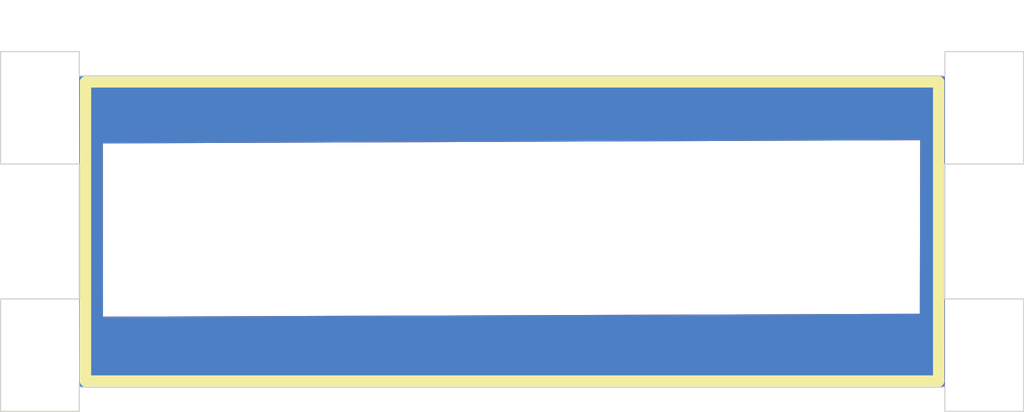
<source format=kicad_pcb>
(kicad_pcb (version 20221018) (generator pcbnew)
  (layers (0 "F.Cu" signal) (31 "B.Cu" signal) (34 "B.Paste" user) (35 "F.Paste" user) (36 "B.SilkS" user "B.Silkscreen") (37 "F.SilkS" user "F.Silkscreen") (38 "B.Mask" user) (39 "F.Mask" user) (44 "Edge.Cuts" user))
  (net 0 "")
  (footprint "TopStaff:Top" (layer "F.Cu") (at 150.79 92.21)
    (fp_text reference "Ref**" hide)
    (fp_text value "Val**" hide)
    (fp_line (start -37.94 -13.3) (end -37.94 13.3) (stroke (width 1)) (layer "F.SilkS"))
    (fp_line (start -37.94 13.3) (end 37.94 13.3) (stroke (width 1)) (layer "F.SilkS"))
    (fp_line (start 37.94 -13.3) (end -37.94 -13.3) (stroke (width 1)) (layer "F.SilkS"))
    (fp_line (start 37.94 13.3) (end 37.94 -13.3) (stroke (width 1)) (layer "F.SilkS"))
    (fp_line (start -45.5 -16) (end -45.5 -6) (stroke (width 0.1)) (layer "Edge.Cuts"))
    (fp_line (start -45.5 -6) (end -38.5 -6) (stroke (width 0.1)) (layer "Edge.Cuts"))
    (fp_line (start -45.5 6) (end -45.5 16) (stroke (width 0.1)) (layer "Edge.Cuts"))
    (fp_line (start -45.5 16) (end -38.5 16) (stroke (width 0.1)) (layer "Edge.Cuts"))
    (fp_line (start -38.500004 -16) (end -45.5 -16) (stroke (width 0.1)) (layer "Edge.Cuts"))
    (fp_line (start -38.5 -13.847379) (end -38.5 -16) (stroke (width 0.1)) (layer "Edge.Cuts"))
    (fp_line (start -38.5 -13.847379) (end 38.5 -13.847379) (stroke (width 0.1)) (layer "Edge.Cuts"))
    (fp_line (start -38.5 -6) (end -38.5 6) (stroke (width 0.1)) (layer "Edge.Cuts"))
    (fp_line (start -38.5 6) (end -45.5 6) (stroke (width 0.1)) (layer "Edge.Cuts"))
    (fp_line (start -38.5 13.847379) (end -38.5 16) (stroke (width 0.1)) (layer "Edge.Cuts"))
    (fp_line (start 38.5 -16) (end 38.5 -13.847379) (stroke (width 0.1)) (layer "Edge.Cuts"))
    (fp_line (start 38.5 -6) (end 45.5 -6) (stroke (width 0.1)) (layer "Edge.Cuts"))
    (fp_line (start 38.5 6) (end 38.5 -6) (stroke (width 0.1)) (layer "Edge.Cuts"))
    (fp_line (start 38.5 13.847379) (end -38.5 13.847379) (stroke (width 0.1)) (layer "Edge.Cuts"))
    (fp_line (start 38.5 13.847379) (end 38.5 16) (stroke (width 0.1)) (layer "Edge.Cuts"))
    (fp_line (start 38.5 16) (end 45.5 16) (stroke (width 0.1)) (layer "Edge.Cuts"))
    (fp_line (start 45.5 -16) (end 38.5 -16) (stroke (width 0.1)) (layer "Edge.Cuts"))
    (fp_line (start 45.5 -6) (end 45.5 -16) (stroke (width 0.1)) (layer "Edge.Cuts"))
    (fp_line (start 45.5 6) (end 38.5 6) (stroke (width 0.1)) (layer "Edge.Cuts"))
    (fp_line (start 45.5 16) (end 45.5 6) (stroke (width 0.1)) (layer "Edge.Cuts"))
  )
  (zone (net 0) (net_name "") (layers "F&B.Cu") (connect_pads (clearance 0)) (min_thickness 0.25)
    (keepout (tracks not_allowed) (vias not_allowed) (pads not_allowed) (copperpour not_allowed) (footprints allowed))
    (fill (thermal_gap 0.5) (thermal_bridge_width 0.5))
    (polygon (pts (xy 114.39 84.376724) (xy 187.09 84.086724) (xy 187.06 99.53) (xy 114.4 99.79)))
  )
  (zone (net 0) (net_name "") (layers "F&B.Cu") (connect_pads (clearance 0.5)) (min_thickness 0.25) (fill yes (thermal_gap 0.5) (thermal_bridge_width 0.5) (island_removal_mode 1) (island_area_min 10))
    (polygon (pts (xy 112.29 78.36) (xy 189.29 78.36) (xy 189.28 106.06) (xy 112.31 106.06) (xy 112.31 104.55)))
  )
)
</source>
